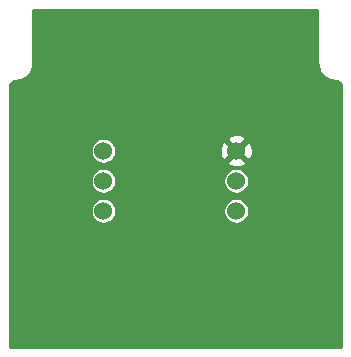
<source format=gbr>
G04 #@! TF.GenerationSoftware,KiCad,Pcbnew,5.1.12-84ad8e8a86~92~ubuntu20.04.1*
G04 #@! TF.CreationDate,2022-01-25T20:13:51-05:00*
G04 #@! TF.ProjectId,ABPDANT060MGAA5_sensor_module,41425044-414e-4543-9036-304d47414135,rev?*
G04 #@! TF.SameCoordinates,Original*
G04 #@! TF.FileFunction,Copper,L1,Top*
G04 #@! TF.FilePolarity,Positive*
%FSLAX46Y46*%
G04 Gerber Fmt 4.6, Leading zero omitted, Abs format (unit mm)*
G04 Created by KiCad (PCBNEW 5.1.12-84ad8e8a86~92~ubuntu20.04.1) date 2022-01-25 20:13:51*
%MOMM*%
%LPD*%
G01*
G04 APERTURE LIST*
G04 #@! TA.AperFunction,ComponentPad*
%ADD10C,1.524000*%
G04 #@! TD*
G04 #@! TA.AperFunction,Conductor*
%ADD11C,0.254000*%
G04 #@! TD*
G04 #@! TA.AperFunction,Conductor*
%ADD12C,0.100000*%
G04 #@! TD*
G04 APERTURE END LIST*
D10*
X118095000Y-42490000D03*
X118095000Y-45030000D03*
X118095000Y-47570000D03*
X106845000Y-47570000D03*
X106845000Y-45030000D03*
X106845000Y-42490000D03*
D11*
X124973001Y-35103423D02*
X124975030Y-35124025D01*
X124974987Y-35130214D01*
X124975637Y-35136842D01*
X124996038Y-35330939D01*
X125004734Y-35373303D01*
X125012832Y-35415755D01*
X125014756Y-35422126D01*
X125014757Y-35422132D01*
X125014759Y-35422138D01*
X125072469Y-35608568D01*
X125089220Y-35648418D01*
X125105417Y-35688508D01*
X125108542Y-35694384D01*
X125108544Y-35694389D01*
X125108547Y-35694393D01*
X125201369Y-35866065D01*
X125225564Y-35901936D01*
X125249218Y-35938084D01*
X125253420Y-35943236D01*
X125253426Y-35943244D01*
X125253433Y-35943251D01*
X125377832Y-36093623D01*
X125408498Y-36124076D01*
X125438756Y-36154975D01*
X125443882Y-36159214D01*
X125443888Y-36159220D01*
X125443895Y-36159224D01*
X125595130Y-36282569D01*
X125631133Y-36306489D01*
X125666812Y-36330920D01*
X125672666Y-36334084D01*
X125672670Y-36334087D01*
X125672674Y-36334089D01*
X125844993Y-36425712D01*
X125884972Y-36442190D01*
X125924700Y-36459218D01*
X125931056Y-36461185D01*
X125931063Y-36461188D01*
X125931070Y-36461189D01*
X126117898Y-36517597D01*
X126160337Y-36526000D01*
X126202595Y-36534983D01*
X126209212Y-36535677D01*
X126209220Y-36535679D01*
X126209228Y-36535679D01*
X126403452Y-36554723D01*
X126551139Y-36569204D01*
X126648432Y-36598579D01*
X126738159Y-36646287D01*
X126816911Y-36710517D01*
X126881690Y-36788820D01*
X126930026Y-36878216D01*
X126960077Y-36975296D01*
X126973000Y-37098248D01*
X126973001Y-59103000D01*
X98927000Y-59103000D01*
X98927000Y-47462743D01*
X105756000Y-47462743D01*
X105756000Y-47677257D01*
X105797850Y-47887650D01*
X105879941Y-48085835D01*
X105999119Y-48264197D01*
X106150803Y-48415881D01*
X106329165Y-48535059D01*
X106527350Y-48617150D01*
X106737743Y-48659000D01*
X106952257Y-48659000D01*
X107162650Y-48617150D01*
X107360835Y-48535059D01*
X107539197Y-48415881D01*
X107690881Y-48264197D01*
X107810059Y-48085835D01*
X107892150Y-47887650D01*
X107934000Y-47677257D01*
X107934000Y-47462743D01*
X117006000Y-47462743D01*
X117006000Y-47677257D01*
X117047850Y-47887650D01*
X117129941Y-48085835D01*
X117249119Y-48264197D01*
X117400803Y-48415881D01*
X117579165Y-48535059D01*
X117777350Y-48617150D01*
X117987743Y-48659000D01*
X118202257Y-48659000D01*
X118412650Y-48617150D01*
X118610835Y-48535059D01*
X118789197Y-48415881D01*
X118940881Y-48264197D01*
X119060059Y-48085835D01*
X119142150Y-47887650D01*
X119184000Y-47677257D01*
X119184000Y-47462743D01*
X119142150Y-47252350D01*
X119060059Y-47054165D01*
X118940881Y-46875803D01*
X118789197Y-46724119D01*
X118610835Y-46604941D01*
X118412650Y-46522850D01*
X118202257Y-46481000D01*
X117987743Y-46481000D01*
X117777350Y-46522850D01*
X117579165Y-46604941D01*
X117400803Y-46724119D01*
X117249119Y-46875803D01*
X117129941Y-47054165D01*
X117047850Y-47252350D01*
X117006000Y-47462743D01*
X107934000Y-47462743D01*
X107892150Y-47252350D01*
X107810059Y-47054165D01*
X107690881Y-46875803D01*
X107539197Y-46724119D01*
X107360835Y-46604941D01*
X107162650Y-46522850D01*
X106952257Y-46481000D01*
X106737743Y-46481000D01*
X106527350Y-46522850D01*
X106329165Y-46604941D01*
X106150803Y-46724119D01*
X105999119Y-46875803D01*
X105879941Y-47054165D01*
X105797850Y-47252350D01*
X105756000Y-47462743D01*
X98927000Y-47462743D01*
X98927000Y-44922743D01*
X105756000Y-44922743D01*
X105756000Y-45137257D01*
X105797850Y-45347650D01*
X105879941Y-45545835D01*
X105999119Y-45724197D01*
X106150803Y-45875881D01*
X106329165Y-45995059D01*
X106527350Y-46077150D01*
X106737743Y-46119000D01*
X106952257Y-46119000D01*
X107162650Y-46077150D01*
X107360835Y-45995059D01*
X107539197Y-45875881D01*
X107690881Y-45724197D01*
X107810059Y-45545835D01*
X107892150Y-45347650D01*
X107934000Y-45137257D01*
X107934000Y-44922743D01*
X117006000Y-44922743D01*
X117006000Y-45137257D01*
X117047850Y-45347650D01*
X117129941Y-45545835D01*
X117249119Y-45724197D01*
X117400803Y-45875881D01*
X117579165Y-45995059D01*
X117777350Y-46077150D01*
X117987743Y-46119000D01*
X118202257Y-46119000D01*
X118412650Y-46077150D01*
X118610835Y-45995059D01*
X118789197Y-45875881D01*
X118940881Y-45724197D01*
X119060059Y-45545835D01*
X119142150Y-45347650D01*
X119184000Y-45137257D01*
X119184000Y-44922743D01*
X119142150Y-44712350D01*
X119060059Y-44514165D01*
X118940881Y-44335803D01*
X118789197Y-44184119D01*
X118610835Y-44064941D01*
X118412650Y-43982850D01*
X118202257Y-43941000D01*
X117987743Y-43941000D01*
X117777350Y-43982850D01*
X117579165Y-44064941D01*
X117400803Y-44184119D01*
X117249119Y-44335803D01*
X117129941Y-44514165D01*
X117047850Y-44712350D01*
X117006000Y-44922743D01*
X107934000Y-44922743D01*
X107892150Y-44712350D01*
X107810059Y-44514165D01*
X107690881Y-44335803D01*
X107539197Y-44184119D01*
X107360835Y-44064941D01*
X107162650Y-43982850D01*
X106952257Y-43941000D01*
X106737743Y-43941000D01*
X106527350Y-43982850D01*
X106329165Y-44064941D01*
X106150803Y-44184119D01*
X105999119Y-44335803D01*
X105879941Y-44514165D01*
X105797850Y-44712350D01*
X105756000Y-44922743D01*
X98927000Y-44922743D01*
X98927000Y-42382743D01*
X105756000Y-42382743D01*
X105756000Y-42597257D01*
X105797850Y-42807650D01*
X105879941Y-43005835D01*
X105999119Y-43184197D01*
X106150803Y-43335881D01*
X106329165Y-43455059D01*
X106527350Y-43537150D01*
X106737743Y-43579000D01*
X106952257Y-43579000D01*
X107162650Y-43537150D01*
X107359613Y-43455565D01*
X117309040Y-43455565D01*
X117376020Y-43695656D01*
X117625048Y-43812756D01*
X117892135Y-43879023D01*
X118167017Y-43891910D01*
X118439133Y-43850922D01*
X118698023Y-43757636D01*
X118813980Y-43695656D01*
X118880960Y-43455565D01*
X118095000Y-42669605D01*
X117309040Y-43455565D01*
X107359613Y-43455565D01*
X107360835Y-43455059D01*
X107539197Y-43335881D01*
X107690881Y-43184197D01*
X107810059Y-43005835D01*
X107892150Y-42807650D01*
X107934000Y-42597257D01*
X107934000Y-42562017D01*
X116693090Y-42562017D01*
X116734078Y-42834133D01*
X116827364Y-43093023D01*
X116889344Y-43208980D01*
X117129435Y-43275960D01*
X117915395Y-42490000D01*
X118274605Y-42490000D01*
X119060565Y-43275960D01*
X119300656Y-43208980D01*
X119417756Y-42959952D01*
X119484023Y-42692865D01*
X119496910Y-42417983D01*
X119455922Y-42145867D01*
X119362636Y-41886977D01*
X119300656Y-41771020D01*
X119060565Y-41704040D01*
X118274605Y-42490000D01*
X117915395Y-42490000D01*
X117129435Y-41704040D01*
X116889344Y-41771020D01*
X116772244Y-42020048D01*
X116705977Y-42287135D01*
X116693090Y-42562017D01*
X107934000Y-42562017D01*
X107934000Y-42382743D01*
X107892150Y-42172350D01*
X107810059Y-41974165D01*
X107690881Y-41795803D01*
X107539197Y-41644119D01*
X107360835Y-41524941D01*
X107359614Y-41524435D01*
X117309040Y-41524435D01*
X118095000Y-42310395D01*
X118880960Y-41524435D01*
X118813980Y-41284344D01*
X118564952Y-41167244D01*
X118297865Y-41100977D01*
X118022983Y-41088090D01*
X117750867Y-41129078D01*
X117491977Y-41222364D01*
X117376020Y-41284344D01*
X117309040Y-41524435D01*
X107359614Y-41524435D01*
X107162650Y-41442850D01*
X106952257Y-41401000D01*
X106737743Y-41401000D01*
X106527350Y-41442850D01*
X106329165Y-41524941D01*
X106150803Y-41644119D01*
X105999119Y-41795803D01*
X105879941Y-41974165D01*
X105797850Y-42172350D01*
X105756000Y-42382743D01*
X98927000Y-42382743D01*
X98927000Y-37103326D01*
X98939204Y-36978861D01*
X98968579Y-36881568D01*
X99016287Y-36791841D01*
X99080517Y-36713089D01*
X99158820Y-36648310D01*
X99248216Y-36599974D01*
X99345296Y-36569923D01*
X99487966Y-36554927D01*
X99500214Y-36555013D01*
X99506842Y-36554363D01*
X99700939Y-36533962D01*
X99743303Y-36525266D01*
X99785755Y-36517168D01*
X99792126Y-36515244D01*
X99792132Y-36515243D01*
X99792138Y-36515241D01*
X99978568Y-36457531D01*
X100018418Y-36440780D01*
X100058508Y-36424583D01*
X100064384Y-36421458D01*
X100064389Y-36421456D01*
X100064393Y-36421453D01*
X100236065Y-36328631D01*
X100271936Y-36304436D01*
X100308084Y-36280782D01*
X100313236Y-36276580D01*
X100313244Y-36276574D01*
X100313251Y-36276567D01*
X100463623Y-36152168D01*
X100494076Y-36121502D01*
X100524975Y-36091244D01*
X100529214Y-36086118D01*
X100529220Y-36086112D01*
X100529224Y-36086105D01*
X100652569Y-35934870D01*
X100676489Y-35898867D01*
X100700920Y-35863188D01*
X100704084Y-35857334D01*
X100704087Y-35857330D01*
X100704089Y-35857326D01*
X100795712Y-35685007D01*
X100812190Y-35645028D01*
X100829218Y-35605300D01*
X100831187Y-35598939D01*
X100831188Y-35598937D01*
X100831189Y-35598930D01*
X100887597Y-35412102D01*
X100896000Y-35369663D01*
X100904983Y-35327405D01*
X100905677Y-35320788D01*
X100905679Y-35320780D01*
X100905679Y-35320772D01*
X100924723Y-35126548D01*
X100924723Y-35126541D01*
X100927000Y-35103423D01*
X100927000Y-30557000D01*
X124973000Y-30557000D01*
X124973001Y-35103423D01*
G04 #@! TA.AperFunction,Conductor*
D12*
G36*
X124973001Y-35103423D02*
G01*
X124975030Y-35124025D01*
X124974987Y-35130214D01*
X124975637Y-35136842D01*
X124996038Y-35330939D01*
X125004734Y-35373303D01*
X125012832Y-35415755D01*
X125014756Y-35422126D01*
X125014757Y-35422132D01*
X125014759Y-35422138D01*
X125072469Y-35608568D01*
X125089220Y-35648418D01*
X125105417Y-35688508D01*
X125108542Y-35694384D01*
X125108544Y-35694389D01*
X125108547Y-35694393D01*
X125201369Y-35866065D01*
X125225564Y-35901936D01*
X125249218Y-35938084D01*
X125253420Y-35943236D01*
X125253426Y-35943244D01*
X125253433Y-35943251D01*
X125377832Y-36093623D01*
X125408498Y-36124076D01*
X125438756Y-36154975D01*
X125443882Y-36159214D01*
X125443888Y-36159220D01*
X125443895Y-36159224D01*
X125595130Y-36282569D01*
X125631133Y-36306489D01*
X125666812Y-36330920D01*
X125672666Y-36334084D01*
X125672670Y-36334087D01*
X125672674Y-36334089D01*
X125844993Y-36425712D01*
X125884972Y-36442190D01*
X125924700Y-36459218D01*
X125931056Y-36461185D01*
X125931063Y-36461188D01*
X125931070Y-36461189D01*
X126117898Y-36517597D01*
X126160337Y-36526000D01*
X126202595Y-36534983D01*
X126209212Y-36535677D01*
X126209220Y-36535679D01*
X126209228Y-36535679D01*
X126403452Y-36554723D01*
X126551139Y-36569204D01*
X126648432Y-36598579D01*
X126738159Y-36646287D01*
X126816911Y-36710517D01*
X126881690Y-36788820D01*
X126930026Y-36878216D01*
X126960077Y-36975296D01*
X126973000Y-37098248D01*
X126973001Y-59103000D01*
X98927000Y-59103000D01*
X98927000Y-47462743D01*
X105756000Y-47462743D01*
X105756000Y-47677257D01*
X105797850Y-47887650D01*
X105879941Y-48085835D01*
X105999119Y-48264197D01*
X106150803Y-48415881D01*
X106329165Y-48535059D01*
X106527350Y-48617150D01*
X106737743Y-48659000D01*
X106952257Y-48659000D01*
X107162650Y-48617150D01*
X107360835Y-48535059D01*
X107539197Y-48415881D01*
X107690881Y-48264197D01*
X107810059Y-48085835D01*
X107892150Y-47887650D01*
X107934000Y-47677257D01*
X107934000Y-47462743D01*
X117006000Y-47462743D01*
X117006000Y-47677257D01*
X117047850Y-47887650D01*
X117129941Y-48085835D01*
X117249119Y-48264197D01*
X117400803Y-48415881D01*
X117579165Y-48535059D01*
X117777350Y-48617150D01*
X117987743Y-48659000D01*
X118202257Y-48659000D01*
X118412650Y-48617150D01*
X118610835Y-48535059D01*
X118789197Y-48415881D01*
X118940881Y-48264197D01*
X119060059Y-48085835D01*
X119142150Y-47887650D01*
X119184000Y-47677257D01*
X119184000Y-47462743D01*
X119142150Y-47252350D01*
X119060059Y-47054165D01*
X118940881Y-46875803D01*
X118789197Y-46724119D01*
X118610835Y-46604941D01*
X118412650Y-46522850D01*
X118202257Y-46481000D01*
X117987743Y-46481000D01*
X117777350Y-46522850D01*
X117579165Y-46604941D01*
X117400803Y-46724119D01*
X117249119Y-46875803D01*
X117129941Y-47054165D01*
X117047850Y-47252350D01*
X117006000Y-47462743D01*
X107934000Y-47462743D01*
X107892150Y-47252350D01*
X107810059Y-47054165D01*
X107690881Y-46875803D01*
X107539197Y-46724119D01*
X107360835Y-46604941D01*
X107162650Y-46522850D01*
X106952257Y-46481000D01*
X106737743Y-46481000D01*
X106527350Y-46522850D01*
X106329165Y-46604941D01*
X106150803Y-46724119D01*
X105999119Y-46875803D01*
X105879941Y-47054165D01*
X105797850Y-47252350D01*
X105756000Y-47462743D01*
X98927000Y-47462743D01*
X98927000Y-44922743D01*
X105756000Y-44922743D01*
X105756000Y-45137257D01*
X105797850Y-45347650D01*
X105879941Y-45545835D01*
X105999119Y-45724197D01*
X106150803Y-45875881D01*
X106329165Y-45995059D01*
X106527350Y-46077150D01*
X106737743Y-46119000D01*
X106952257Y-46119000D01*
X107162650Y-46077150D01*
X107360835Y-45995059D01*
X107539197Y-45875881D01*
X107690881Y-45724197D01*
X107810059Y-45545835D01*
X107892150Y-45347650D01*
X107934000Y-45137257D01*
X107934000Y-44922743D01*
X117006000Y-44922743D01*
X117006000Y-45137257D01*
X117047850Y-45347650D01*
X117129941Y-45545835D01*
X117249119Y-45724197D01*
X117400803Y-45875881D01*
X117579165Y-45995059D01*
X117777350Y-46077150D01*
X117987743Y-46119000D01*
X118202257Y-46119000D01*
X118412650Y-46077150D01*
X118610835Y-45995059D01*
X118789197Y-45875881D01*
X118940881Y-45724197D01*
X119060059Y-45545835D01*
X119142150Y-45347650D01*
X119184000Y-45137257D01*
X119184000Y-44922743D01*
X119142150Y-44712350D01*
X119060059Y-44514165D01*
X118940881Y-44335803D01*
X118789197Y-44184119D01*
X118610835Y-44064941D01*
X118412650Y-43982850D01*
X118202257Y-43941000D01*
X117987743Y-43941000D01*
X117777350Y-43982850D01*
X117579165Y-44064941D01*
X117400803Y-44184119D01*
X117249119Y-44335803D01*
X117129941Y-44514165D01*
X117047850Y-44712350D01*
X117006000Y-44922743D01*
X107934000Y-44922743D01*
X107892150Y-44712350D01*
X107810059Y-44514165D01*
X107690881Y-44335803D01*
X107539197Y-44184119D01*
X107360835Y-44064941D01*
X107162650Y-43982850D01*
X106952257Y-43941000D01*
X106737743Y-43941000D01*
X106527350Y-43982850D01*
X106329165Y-44064941D01*
X106150803Y-44184119D01*
X105999119Y-44335803D01*
X105879941Y-44514165D01*
X105797850Y-44712350D01*
X105756000Y-44922743D01*
X98927000Y-44922743D01*
X98927000Y-42382743D01*
X105756000Y-42382743D01*
X105756000Y-42597257D01*
X105797850Y-42807650D01*
X105879941Y-43005835D01*
X105999119Y-43184197D01*
X106150803Y-43335881D01*
X106329165Y-43455059D01*
X106527350Y-43537150D01*
X106737743Y-43579000D01*
X106952257Y-43579000D01*
X107162650Y-43537150D01*
X107359613Y-43455565D01*
X117309040Y-43455565D01*
X117376020Y-43695656D01*
X117625048Y-43812756D01*
X117892135Y-43879023D01*
X118167017Y-43891910D01*
X118439133Y-43850922D01*
X118698023Y-43757636D01*
X118813980Y-43695656D01*
X118880960Y-43455565D01*
X118095000Y-42669605D01*
X117309040Y-43455565D01*
X107359613Y-43455565D01*
X107360835Y-43455059D01*
X107539197Y-43335881D01*
X107690881Y-43184197D01*
X107810059Y-43005835D01*
X107892150Y-42807650D01*
X107934000Y-42597257D01*
X107934000Y-42562017D01*
X116693090Y-42562017D01*
X116734078Y-42834133D01*
X116827364Y-43093023D01*
X116889344Y-43208980D01*
X117129435Y-43275960D01*
X117915395Y-42490000D01*
X118274605Y-42490000D01*
X119060565Y-43275960D01*
X119300656Y-43208980D01*
X119417756Y-42959952D01*
X119484023Y-42692865D01*
X119496910Y-42417983D01*
X119455922Y-42145867D01*
X119362636Y-41886977D01*
X119300656Y-41771020D01*
X119060565Y-41704040D01*
X118274605Y-42490000D01*
X117915395Y-42490000D01*
X117129435Y-41704040D01*
X116889344Y-41771020D01*
X116772244Y-42020048D01*
X116705977Y-42287135D01*
X116693090Y-42562017D01*
X107934000Y-42562017D01*
X107934000Y-42382743D01*
X107892150Y-42172350D01*
X107810059Y-41974165D01*
X107690881Y-41795803D01*
X107539197Y-41644119D01*
X107360835Y-41524941D01*
X107359614Y-41524435D01*
X117309040Y-41524435D01*
X118095000Y-42310395D01*
X118880960Y-41524435D01*
X118813980Y-41284344D01*
X118564952Y-41167244D01*
X118297865Y-41100977D01*
X118022983Y-41088090D01*
X117750867Y-41129078D01*
X117491977Y-41222364D01*
X117376020Y-41284344D01*
X117309040Y-41524435D01*
X107359614Y-41524435D01*
X107162650Y-41442850D01*
X106952257Y-41401000D01*
X106737743Y-41401000D01*
X106527350Y-41442850D01*
X106329165Y-41524941D01*
X106150803Y-41644119D01*
X105999119Y-41795803D01*
X105879941Y-41974165D01*
X105797850Y-42172350D01*
X105756000Y-42382743D01*
X98927000Y-42382743D01*
X98927000Y-37103326D01*
X98939204Y-36978861D01*
X98968579Y-36881568D01*
X99016287Y-36791841D01*
X99080517Y-36713089D01*
X99158820Y-36648310D01*
X99248216Y-36599974D01*
X99345296Y-36569923D01*
X99487966Y-36554927D01*
X99500214Y-36555013D01*
X99506842Y-36554363D01*
X99700939Y-36533962D01*
X99743303Y-36525266D01*
X99785755Y-36517168D01*
X99792126Y-36515244D01*
X99792132Y-36515243D01*
X99792138Y-36515241D01*
X99978568Y-36457531D01*
X100018418Y-36440780D01*
X100058508Y-36424583D01*
X100064384Y-36421458D01*
X100064389Y-36421456D01*
X100064393Y-36421453D01*
X100236065Y-36328631D01*
X100271936Y-36304436D01*
X100308084Y-36280782D01*
X100313236Y-36276580D01*
X100313244Y-36276574D01*
X100313251Y-36276567D01*
X100463623Y-36152168D01*
X100494076Y-36121502D01*
X100524975Y-36091244D01*
X100529214Y-36086118D01*
X100529220Y-36086112D01*
X100529224Y-36086105D01*
X100652569Y-35934870D01*
X100676489Y-35898867D01*
X100700920Y-35863188D01*
X100704084Y-35857334D01*
X100704087Y-35857330D01*
X100704089Y-35857326D01*
X100795712Y-35685007D01*
X100812190Y-35645028D01*
X100829218Y-35605300D01*
X100831187Y-35598939D01*
X100831188Y-35598937D01*
X100831189Y-35598930D01*
X100887597Y-35412102D01*
X100896000Y-35369663D01*
X100904983Y-35327405D01*
X100905677Y-35320788D01*
X100905679Y-35320780D01*
X100905679Y-35320772D01*
X100924723Y-35126548D01*
X100924723Y-35126541D01*
X100927000Y-35103423D01*
X100927000Y-30557000D01*
X124973000Y-30557000D01*
X124973001Y-35103423D01*
G37*
G04 #@! TD.AperFunction*
M02*

</source>
